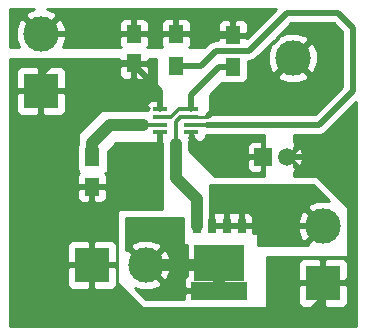
<source format=gtl>
G04 #@! TF.FileFunction,Copper,L1,Top,Signal*
%FSLAX46Y46*%
G04 Gerber Fmt 4.6, Leading zero omitted, Abs format (unit mm)*
G04 Created by KiCad (PCBNEW 4.0.6) date Wed May 24 14:33:15 2017*
%MOMM*%
%LPD*%
G01*
G04 APERTURE LIST*
%ADD10C,0.100000*%
%ADD11R,1.250000X1.500000*%
%ADD12R,4.700000X1.500000*%
%ADD13R,4.200000X3.100000*%
%ADD14R,0.700000X1.150000*%
%ADD15R,1.300000X1.500000*%
%ADD16R,1.500000X1.500000*%
%ADD17C,1.500000*%
%ADD18R,1.220000X0.400000*%
%ADD19C,3.000000*%
%ADD20R,3.000000X3.000000*%
%ADD21C,0.500000*%
%ADD22C,1.000000*%
%ADD23C,0.300000*%
%ADD24C,0.250000*%
%ADD25C,0.254000*%
G04 APERTURE END LIST*
D10*
D11*
X133604000Y-68834000D03*
X133604000Y-66334000D03*
X137160000Y-55880000D03*
X137160000Y-58380000D03*
D12*
X144404000Y-77611000D03*
D13*
X144404000Y-75311000D03*
D14*
X146304000Y-72136000D03*
X145034000Y-72136000D03*
X143764000Y-72136000D03*
X142494000Y-72136000D03*
D15*
X145542000Y-58674000D03*
X145542000Y-55974000D03*
X140716000Y-55880000D03*
X140716000Y-58580000D03*
D16*
X148114000Y-66294000D03*
D17*
X150114000Y-66294000D03*
D18*
X139406000Y-62271000D03*
X139406000Y-62921000D03*
X139406000Y-63571000D03*
X139406000Y-64221000D03*
X142026000Y-64221000D03*
X142026000Y-63571000D03*
X142026000Y-62921000D03*
X142026000Y-62271000D03*
D19*
X129286000Y-55880000D03*
X138176000Y-75438000D03*
X150622000Y-57912000D03*
X153162000Y-72136000D03*
D20*
X129286000Y-60706000D03*
X133604000Y-75438000D03*
X153162000Y-76962000D03*
D21*
X150114000Y-66294000D02*
X152908000Y-66294000D01*
X152908000Y-66294000D02*
X155752800Y-69138800D01*
X155752800Y-69138800D02*
X155752800Y-76371200D01*
X155752800Y-76371200D02*
X155162000Y-76962000D01*
X155162000Y-76962000D02*
X153162000Y-76962000D01*
X129286000Y-60706000D02*
X129286000Y-73120000D01*
X129286000Y-73120000D02*
X131604000Y-75438000D01*
X131604000Y-75438000D02*
X133604000Y-75438000D01*
X136398000Y-80264000D02*
X133604000Y-77470000D01*
X133604000Y-77470000D02*
X133604000Y-75438000D01*
X151210000Y-80264000D02*
X136398000Y-80264000D01*
X153162000Y-76962000D02*
X153162000Y-78312000D01*
X153162000Y-78312000D02*
X151210000Y-80264000D01*
X133604000Y-68834000D02*
X133604000Y-75438000D01*
X136906000Y-68834000D02*
X139406000Y-66334000D01*
X139406000Y-66334000D02*
X139406000Y-64271001D01*
X133604000Y-68834000D02*
X136906000Y-68834000D01*
X137160000Y-58380000D02*
X137160000Y-58505000D01*
X137160000Y-58505000D02*
X139406000Y-60751000D01*
X139406000Y-60751000D02*
X139406000Y-62220999D01*
X129286000Y-60706000D02*
X129286000Y-59356000D01*
X129286000Y-59356000D02*
X130262000Y-58380000D01*
X130262000Y-58380000D02*
X136035000Y-58380000D01*
X136035000Y-58380000D02*
X137160000Y-58380000D01*
X137922000Y-63571000D02*
X138125200Y-63571000D01*
D22*
X135117000Y-63571000D02*
X137922000Y-63571000D01*
X133604000Y-65084000D02*
X135117000Y-63571000D01*
X133604000Y-66334000D02*
X133604000Y-65084000D01*
D23*
X138125200Y-63571000D02*
X139406000Y-63571000D01*
D21*
X140716000Y-55880000D02*
X145448000Y-55880000D01*
X145448000Y-55880000D02*
X145542000Y-55974000D01*
X137160000Y-55880000D02*
X140716000Y-55880000D01*
X129286000Y-55880000D02*
X137160000Y-55880000D01*
D22*
X144404000Y-75311000D02*
X144404000Y-77611000D01*
X138176000Y-75438000D02*
X144277000Y-75438000D01*
X144277000Y-75438000D02*
X144404000Y-75311000D01*
X142494000Y-69850000D02*
X140716000Y-68072000D01*
X140716000Y-68072000D02*
X140716000Y-65176400D01*
X142494000Y-72136000D02*
X142494000Y-69850000D01*
D24*
X142026000Y-62921000D02*
X143313590Y-62921000D01*
X143313590Y-62921000D02*
X143408400Y-62826190D01*
D21*
X146050000Y-62484000D02*
X143750590Y-62484000D01*
X143750590Y-62484000D02*
X143408400Y-62826190D01*
X150622000Y-57912000D02*
X146050000Y-62484000D01*
D23*
X140716000Y-63298831D02*
X140716000Y-65176400D01*
X142026000Y-62921000D02*
X141093831Y-62921000D01*
X141093831Y-62921000D02*
X140716000Y-63298831D01*
D21*
X146304000Y-72136000D02*
X153162000Y-72136000D01*
X145034000Y-72136000D02*
X146304000Y-72136000D01*
X143764000Y-72136000D02*
X145034000Y-72136000D01*
X145542000Y-58674000D02*
X144392000Y-58674000D01*
X144392000Y-58674000D02*
X142026000Y-61040000D01*
X142026000Y-61040000D02*
X142026000Y-62220999D01*
D23*
X139406000Y-62921000D02*
X140316000Y-62921000D01*
X140316000Y-62921000D02*
X140966000Y-62271000D01*
X140966000Y-62271000D02*
X141116000Y-62271000D01*
X141116000Y-62271000D02*
X142026000Y-62271000D01*
D21*
X140716000Y-58580000D02*
X142816600Y-58580000D01*
X146913600Y-57302400D02*
X150114000Y-54102000D01*
X150114000Y-54102000D02*
X154432000Y-54102000D01*
X152831800Y-63576200D02*
X151434800Y-63576200D01*
X142816600Y-58580000D02*
X144094200Y-57302400D01*
X144094200Y-57302400D02*
X146913600Y-57302400D01*
X154432000Y-54102000D02*
X155702000Y-55372000D01*
X155702000Y-55372000D02*
X155702000Y-60706000D01*
X155702000Y-60706000D02*
X152831800Y-63576200D01*
X151434800Y-63576200D02*
X143357600Y-63576200D01*
D23*
X143357600Y-63576200D02*
X142773400Y-63576200D01*
X142773400Y-63576200D02*
X142768200Y-63571000D01*
X142768200Y-63571000D02*
X142026000Y-63571000D01*
D21*
X148114000Y-66294000D02*
X143599000Y-66294000D01*
X143599000Y-66294000D02*
X142026000Y-64721000D01*
D23*
X142026000Y-64721000D02*
X142026000Y-64221000D01*
D25*
G36*
X128111418Y-54047261D02*
X127951635Y-54366030D01*
X129286000Y-55700395D01*
X130620365Y-54366030D01*
X130460582Y-54047261D01*
X129819615Y-53796000D01*
X149168421Y-53796000D01*
X146765835Y-56198585D01*
X146668250Y-56101000D01*
X145669000Y-56101000D01*
X145669000Y-56121000D01*
X145415000Y-56121000D01*
X145415000Y-56101000D01*
X144415750Y-56101000D01*
X144257000Y-56259750D01*
X144257000Y-56417400D01*
X144094205Y-56417400D01*
X144094200Y-56417399D01*
X143755525Y-56484767D01*
X143468410Y-56676610D01*
X143468408Y-56676613D01*
X143122021Y-57023000D01*
X141871025Y-57023000D01*
X141904327Y-56989698D01*
X142001000Y-56756309D01*
X142001000Y-56165750D01*
X141842250Y-56007000D01*
X140843000Y-56007000D01*
X140843000Y-56027000D01*
X140589000Y-56027000D01*
X140589000Y-56007000D01*
X139589750Y-56007000D01*
X139431000Y-56165750D01*
X139431000Y-56756309D01*
X139527673Y-56989698D01*
X139560975Y-57023000D01*
X138290025Y-57023000D01*
X138323327Y-56989698D01*
X138420000Y-56756309D01*
X138420000Y-56165750D01*
X138261250Y-56007000D01*
X137287000Y-56007000D01*
X137287000Y-56027000D01*
X137033000Y-56027000D01*
X137033000Y-56007000D01*
X136058750Y-56007000D01*
X135900000Y-56165750D01*
X135900000Y-56756309D01*
X135996673Y-56989698D01*
X136029975Y-57023000D01*
X131131119Y-57023000D01*
X131428723Y-56263813D01*
X131412497Y-55414613D01*
X131242288Y-55003691D01*
X135900000Y-55003691D01*
X135900000Y-55594250D01*
X136058750Y-55753000D01*
X137033000Y-55753000D01*
X137033000Y-54653750D01*
X137287000Y-54653750D01*
X137287000Y-55753000D01*
X138261250Y-55753000D01*
X138420000Y-55594250D01*
X138420000Y-55003691D01*
X139431000Y-55003691D01*
X139431000Y-55594250D01*
X139589750Y-55753000D01*
X140589000Y-55753000D01*
X140589000Y-54653750D01*
X140843000Y-54653750D01*
X140843000Y-55753000D01*
X141842250Y-55753000D01*
X142001000Y-55594250D01*
X142001000Y-55097691D01*
X144257000Y-55097691D01*
X144257000Y-55688250D01*
X144415750Y-55847000D01*
X145415000Y-55847000D01*
X145415000Y-54747750D01*
X145669000Y-54747750D01*
X145669000Y-55847000D01*
X146668250Y-55847000D01*
X146827000Y-55688250D01*
X146827000Y-55097691D01*
X146730327Y-54864302D01*
X146551699Y-54685673D01*
X146318310Y-54589000D01*
X145827750Y-54589000D01*
X145669000Y-54747750D01*
X145415000Y-54747750D01*
X145256250Y-54589000D01*
X144765690Y-54589000D01*
X144532301Y-54685673D01*
X144353673Y-54864302D01*
X144257000Y-55097691D01*
X142001000Y-55097691D01*
X142001000Y-55003691D01*
X141904327Y-54770302D01*
X141725699Y-54591673D01*
X141492310Y-54495000D01*
X141001750Y-54495000D01*
X140843000Y-54653750D01*
X140589000Y-54653750D01*
X140430250Y-54495000D01*
X139939690Y-54495000D01*
X139706301Y-54591673D01*
X139527673Y-54770302D01*
X139431000Y-55003691D01*
X138420000Y-55003691D01*
X138323327Y-54770302D01*
X138144699Y-54591673D01*
X137911310Y-54495000D01*
X137445750Y-54495000D01*
X137287000Y-54653750D01*
X137033000Y-54653750D01*
X136874250Y-54495000D01*
X136408690Y-54495000D01*
X136175301Y-54591673D01*
X135996673Y-54770302D01*
X135900000Y-55003691D01*
X131242288Y-55003691D01*
X131118739Y-54705418D01*
X130799970Y-54545635D01*
X129465605Y-55880000D01*
X129479748Y-55894143D01*
X129300143Y-56073748D01*
X129286000Y-56059605D01*
X129271858Y-56073748D01*
X129092253Y-55894143D01*
X129106395Y-55880000D01*
X127772030Y-54545635D01*
X127453261Y-54705418D01*
X127143277Y-55496187D01*
X127159503Y-56345387D01*
X127440179Y-57023000D01*
X126694000Y-57023000D01*
X126694000Y-53796000D01*
X128718016Y-53796000D01*
X128111418Y-54047261D01*
X128111418Y-54047261D01*
G37*
X128111418Y-54047261D02*
X127951635Y-54366030D01*
X129286000Y-55700395D01*
X130620365Y-54366030D01*
X130460582Y-54047261D01*
X129819615Y-53796000D01*
X149168421Y-53796000D01*
X146765835Y-56198585D01*
X146668250Y-56101000D01*
X145669000Y-56101000D01*
X145669000Y-56121000D01*
X145415000Y-56121000D01*
X145415000Y-56101000D01*
X144415750Y-56101000D01*
X144257000Y-56259750D01*
X144257000Y-56417400D01*
X144094205Y-56417400D01*
X144094200Y-56417399D01*
X143755525Y-56484767D01*
X143468410Y-56676610D01*
X143468408Y-56676613D01*
X143122021Y-57023000D01*
X141871025Y-57023000D01*
X141904327Y-56989698D01*
X142001000Y-56756309D01*
X142001000Y-56165750D01*
X141842250Y-56007000D01*
X140843000Y-56007000D01*
X140843000Y-56027000D01*
X140589000Y-56027000D01*
X140589000Y-56007000D01*
X139589750Y-56007000D01*
X139431000Y-56165750D01*
X139431000Y-56756309D01*
X139527673Y-56989698D01*
X139560975Y-57023000D01*
X138290025Y-57023000D01*
X138323327Y-56989698D01*
X138420000Y-56756309D01*
X138420000Y-56165750D01*
X138261250Y-56007000D01*
X137287000Y-56007000D01*
X137287000Y-56027000D01*
X137033000Y-56027000D01*
X137033000Y-56007000D01*
X136058750Y-56007000D01*
X135900000Y-56165750D01*
X135900000Y-56756309D01*
X135996673Y-56989698D01*
X136029975Y-57023000D01*
X131131119Y-57023000D01*
X131428723Y-56263813D01*
X131412497Y-55414613D01*
X131242288Y-55003691D01*
X135900000Y-55003691D01*
X135900000Y-55594250D01*
X136058750Y-55753000D01*
X137033000Y-55753000D01*
X137033000Y-54653750D01*
X137287000Y-54653750D01*
X137287000Y-55753000D01*
X138261250Y-55753000D01*
X138420000Y-55594250D01*
X138420000Y-55003691D01*
X139431000Y-55003691D01*
X139431000Y-55594250D01*
X139589750Y-55753000D01*
X140589000Y-55753000D01*
X140589000Y-54653750D01*
X140843000Y-54653750D01*
X140843000Y-55753000D01*
X141842250Y-55753000D01*
X142001000Y-55594250D01*
X142001000Y-55097691D01*
X144257000Y-55097691D01*
X144257000Y-55688250D01*
X144415750Y-55847000D01*
X145415000Y-55847000D01*
X145415000Y-54747750D01*
X145669000Y-54747750D01*
X145669000Y-55847000D01*
X146668250Y-55847000D01*
X146827000Y-55688250D01*
X146827000Y-55097691D01*
X146730327Y-54864302D01*
X146551699Y-54685673D01*
X146318310Y-54589000D01*
X145827750Y-54589000D01*
X145669000Y-54747750D01*
X145415000Y-54747750D01*
X145256250Y-54589000D01*
X144765690Y-54589000D01*
X144532301Y-54685673D01*
X144353673Y-54864302D01*
X144257000Y-55097691D01*
X142001000Y-55097691D01*
X142001000Y-55003691D01*
X141904327Y-54770302D01*
X141725699Y-54591673D01*
X141492310Y-54495000D01*
X141001750Y-54495000D01*
X140843000Y-54653750D01*
X140589000Y-54653750D01*
X140430250Y-54495000D01*
X139939690Y-54495000D01*
X139706301Y-54591673D01*
X139527673Y-54770302D01*
X139431000Y-55003691D01*
X138420000Y-55003691D01*
X138323327Y-54770302D01*
X138144699Y-54591673D01*
X137911310Y-54495000D01*
X137445750Y-54495000D01*
X137287000Y-54653750D01*
X137033000Y-54653750D01*
X136874250Y-54495000D01*
X136408690Y-54495000D01*
X136175301Y-54591673D01*
X135996673Y-54770302D01*
X135900000Y-55003691D01*
X131242288Y-55003691D01*
X131118739Y-54705418D01*
X130799970Y-54545635D01*
X129465605Y-55880000D01*
X129479748Y-55894143D01*
X129300143Y-56073748D01*
X129286000Y-56059605D01*
X129271858Y-56073748D01*
X129092253Y-55894143D01*
X129106395Y-55880000D01*
X127772030Y-54545635D01*
X127453261Y-54705418D01*
X127143277Y-55496187D01*
X127159503Y-56345387D01*
X127440179Y-57023000D01*
X126694000Y-57023000D01*
X126694000Y-53796000D01*
X128718016Y-53796000D01*
X128111418Y-54047261D01*
G36*
X154817000Y-55738579D02*
X154817000Y-60339421D01*
X152465220Y-62691200D01*
X143637000Y-62691200D01*
X143637000Y-61012606D01*
X144615803Y-60033803D01*
X144620921Y-60028374D01*
X144632564Y-60015275D01*
X144640110Y-60020431D01*
X144892000Y-60071440D01*
X146192000Y-60071440D01*
X146427317Y-60027162D01*
X146643441Y-59888090D01*
X146788431Y-59675890D01*
X146839041Y-59425970D01*
X149287635Y-59425970D01*
X149447418Y-59744739D01*
X150238187Y-60054723D01*
X151087387Y-60038497D01*
X151796582Y-59744739D01*
X151956365Y-59425970D01*
X150622000Y-58091605D01*
X149287635Y-59425970D01*
X146839041Y-59425970D01*
X146839440Y-59424000D01*
X146839440Y-58187400D01*
X146913595Y-58187400D01*
X146913600Y-58187401D01*
X147196084Y-58131210D01*
X147252275Y-58120033D01*
X147539390Y-57928190D01*
X148998986Y-56468594D01*
X149108028Y-56577636D01*
X148789261Y-56737418D01*
X148479277Y-57528187D01*
X148495503Y-58377387D01*
X148789261Y-59086582D01*
X149108030Y-59246365D01*
X150442395Y-57912000D01*
X150801605Y-57912000D01*
X152135970Y-59246365D01*
X152454739Y-59086582D01*
X152764723Y-58295813D01*
X152748497Y-57446613D01*
X152454739Y-56737418D01*
X152135970Y-56577635D01*
X150801605Y-57912000D01*
X150442395Y-57912000D01*
X150428253Y-57897858D01*
X150607858Y-57718253D01*
X150622000Y-57732395D01*
X151956365Y-56398030D01*
X151796582Y-56079261D01*
X151005813Y-55769277D01*
X150156613Y-55785503D01*
X149447418Y-56079261D01*
X149287636Y-56398028D01*
X149178594Y-56288986D01*
X150480579Y-54987000D01*
X154065420Y-54987000D01*
X154817000Y-55738579D01*
X154817000Y-55738579D01*
G37*
X154817000Y-55738579D02*
X154817000Y-60339421D01*
X152465220Y-62691200D01*
X143637000Y-62691200D01*
X143637000Y-61012606D01*
X144615803Y-60033803D01*
X144620921Y-60028374D01*
X144632564Y-60015275D01*
X144640110Y-60020431D01*
X144892000Y-60071440D01*
X146192000Y-60071440D01*
X146427317Y-60027162D01*
X146643441Y-59888090D01*
X146788431Y-59675890D01*
X146839041Y-59425970D01*
X149287635Y-59425970D01*
X149447418Y-59744739D01*
X150238187Y-60054723D01*
X151087387Y-60038497D01*
X151796582Y-59744739D01*
X151956365Y-59425970D01*
X150622000Y-58091605D01*
X149287635Y-59425970D01*
X146839041Y-59425970D01*
X146839440Y-59424000D01*
X146839440Y-58187400D01*
X146913595Y-58187400D01*
X146913600Y-58187401D01*
X147196084Y-58131210D01*
X147252275Y-58120033D01*
X147539390Y-57928190D01*
X148998986Y-56468594D01*
X149108028Y-56577636D01*
X148789261Y-56737418D01*
X148479277Y-57528187D01*
X148495503Y-58377387D01*
X148789261Y-59086582D01*
X149108030Y-59246365D01*
X150442395Y-57912000D01*
X150801605Y-57912000D01*
X152135970Y-59246365D01*
X152454739Y-59086582D01*
X152764723Y-58295813D01*
X152748497Y-57446613D01*
X152454739Y-56737418D01*
X152135970Y-56577635D01*
X150801605Y-57912000D01*
X150442395Y-57912000D01*
X150428253Y-57897858D01*
X150607858Y-57718253D01*
X150622000Y-57732395D01*
X151956365Y-56398030D01*
X151796582Y-56079261D01*
X151005813Y-55769277D01*
X150156613Y-55785503D01*
X149447418Y-56079261D01*
X149287636Y-56398028D01*
X149178594Y-56288986D01*
X150480579Y-54987000D01*
X154065420Y-54987000D01*
X154817000Y-55738579D01*
G36*
X142153000Y-64897250D02*
X142311750Y-65056000D01*
X142762310Y-65056000D01*
X142995699Y-64959327D01*
X143174327Y-64780698D01*
X143271000Y-64547309D01*
X143271000Y-64479750D01*
X143226341Y-64435091D01*
X143357600Y-64461200D01*
X148209000Y-64461200D01*
X148209000Y-67945000D01*
X144070606Y-67945000D01*
X142705356Y-66579750D01*
X146729000Y-66579750D01*
X146729000Y-67170310D01*
X146825673Y-67403699D01*
X147004302Y-67582327D01*
X147237691Y-67679000D01*
X147828250Y-67679000D01*
X147987000Y-67520250D01*
X147987000Y-66421000D01*
X146887750Y-66421000D01*
X146729000Y-66579750D01*
X142705356Y-66579750D01*
X141851000Y-65725394D01*
X141851000Y-65417690D01*
X146729000Y-65417690D01*
X146729000Y-66008250D01*
X146887750Y-66167000D01*
X147987000Y-66167000D01*
X147987000Y-65067750D01*
X147828250Y-64909000D01*
X147237691Y-64909000D01*
X147004302Y-65005673D01*
X146825673Y-65184301D01*
X146729000Y-65417690D01*
X141851000Y-65417690D01*
X141851000Y-65176400D01*
X141812650Y-64983600D01*
X141899000Y-64897250D01*
X141899000Y-64418440D01*
X142153000Y-64418440D01*
X142153000Y-64897250D01*
X142153000Y-64897250D01*
G37*
X142153000Y-64897250D02*
X142311750Y-65056000D01*
X142762310Y-65056000D01*
X142995699Y-64959327D01*
X143174327Y-64780698D01*
X143271000Y-64547309D01*
X143271000Y-64479750D01*
X143226341Y-64435091D01*
X143357600Y-64461200D01*
X148209000Y-64461200D01*
X148209000Y-67945000D01*
X144070606Y-67945000D01*
X142705356Y-66579750D01*
X146729000Y-66579750D01*
X146729000Y-67170310D01*
X146825673Y-67403699D01*
X147004302Y-67582327D01*
X147237691Y-67679000D01*
X147828250Y-67679000D01*
X147987000Y-67520250D01*
X147987000Y-66421000D01*
X146887750Y-66421000D01*
X146729000Y-66579750D01*
X142705356Y-66579750D01*
X141851000Y-65725394D01*
X141851000Y-65417690D01*
X146729000Y-65417690D01*
X146729000Y-66008250D01*
X146887750Y-66167000D01*
X147987000Y-66167000D01*
X147987000Y-65067750D01*
X147828250Y-64909000D01*
X147237691Y-64909000D01*
X147004302Y-65005673D01*
X146825673Y-65184301D01*
X146729000Y-65417690D01*
X141851000Y-65417690D01*
X141851000Y-65176400D01*
X141812650Y-64983600D01*
X141899000Y-64897250D01*
X141899000Y-64418440D01*
X142153000Y-64418440D01*
X142153000Y-64897250D01*
G36*
X153671710Y-70042629D02*
X153545813Y-69993277D01*
X152696613Y-70009503D01*
X151987418Y-70303261D01*
X151827635Y-70622030D01*
X153162000Y-71956395D01*
X153176143Y-71942253D01*
X153355748Y-72121858D01*
X153341605Y-72136000D01*
X153355748Y-72150143D01*
X153176143Y-72329748D01*
X153162000Y-72315605D01*
X151827635Y-73649970D01*
X151896321Y-73787000D01*
X147701000Y-73787000D01*
X147701000Y-72898000D01*
X147690994Y-72848590D01*
X147662553Y-72806965D01*
X147620159Y-72779685D01*
X147574000Y-72771000D01*
X147289000Y-72771000D01*
X147289000Y-72421750D01*
X147130250Y-72263000D01*
X146431000Y-72263000D01*
X146431000Y-72283000D01*
X146177000Y-72283000D01*
X146177000Y-72263000D01*
X145161000Y-72263000D01*
X145161000Y-72283000D01*
X144907000Y-72283000D01*
X144907000Y-72263000D01*
X143891000Y-72263000D01*
X143891000Y-72283000D01*
X143637000Y-72283000D01*
X143637000Y-71084750D01*
X143891000Y-71084750D01*
X143891000Y-72009000D01*
X144907000Y-72009000D01*
X144907000Y-71084750D01*
X145161000Y-71084750D01*
X145161000Y-72009000D01*
X146177000Y-72009000D01*
X146177000Y-71084750D01*
X146431000Y-71084750D01*
X146431000Y-72009000D01*
X147130250Y-72009000D01*
X147289000Y-71850250D01*
X147289000Y-71752187D01*
X151019277Y-71752187D01*
X151035503Y-72601387D01*
X151329261Y-73310582D01*
X151648030Y-73470365D01*
X152982395Y-72136000D01*
X151648030Y-70801635D01*
X151329261Y-70961418D01*
X151019277Y-71752187D01*
X147289000Y-71752187D01*
X147289000Y-71434690D01*
X147192327Y-71201301D01*
X147013698Y-71022673D01*
X146780309Y-70926000D01*
X146589750Y-70926000D01*
X146431000Y-71084750D01*
X146177000Y-71084750D01*
X146018250Y-70926000D01*
X145827691Y-70926000D01*
X145669000Y-70991732D01*
X145510309Y-70926000D01*
X145319750Y-70926000D01*
X145161000Y-71084750D01*
X144907000Y-71084750D01*
X144748250Y-70926000D01*
X144557691Y-70926000D01*
X144399000Y-70991732D01*
X144240309Y-70926000D01*
X144049750Y-70926000D01*
X143891000Y-71084750D01*
X143637000Y-71084750D01*
X143637000Y-68707000D01*
X152336081Y-68707000D01*
X153671710Y-70042629D01*
X153671710Y-70042629D01*
G37*
X153671710Y-70042629D02*
X153545813Y-69993277D01*
X152696613Y-70009503D01*
X151987418Y-70303261D01*
X151827635Y-70622030D01*
X153162000Y-71956395D01*
X153176143Y-71942253D01*
X153355748Y-72121858D01*
X153341605Y-72136000D01*
X153355748Y-72150143D01*
X153176143Y-72329748D01*
X153162000Y-72315605D01*
X151827635Y-73649970D01*
X151896321Y-73787000D01*
X147701000Y-73787000D01*
X147701000Y-72898000D01*
X147690994Y-72848590D01*
X147662553Y-72806965D01*
X147620159Y-72779685D01*
X147574000Y-72771000D01*
X147289000Y-72771000D01*
X147289000Y-72421750D01*
X147130250Y-72263000D01*
X146431000Y-72263000D01*
X146431000Y-72283000D01*
X146177000Y-72283000D01*
X146177000Y-72263000D01*
X145161000Y-72263000D01*
X145161000Y-72283000D01*
X144907000Y-72283000D01*
X144907000Y-72263000D01*
X143891000Y-72263000D01*
X143891000Y-72283000D01*
X143637000Y-72283000D01*
X143637000Y-71084750D01*
X143891000Y-71084750D01*
X143891000Y-72009000D01*
X144907000Y-72009000D01*
X144907000Y-71084750D01*
X145161000Y-71084750D01*
X145161000Y-72009000D01*
X146177000Y-72009000D01*
X146177000Y-71084750D01*
X146431000Y-71084750D01*
X146431000Y-72009000D01*
X147130250Y-72009000D01*
X147289000Y-71850250D01*
X147289000Y-71752187D01*
X151019277Y-71752187D01*
X151035503Y-72601387D01*
X151329261Y-73310582D01*
X151648030Y-73470365D01*
X152982395Y-72136000D01*
X151648030Y-70801635D01*
X151329261Y-70961418D01*
X151019277Y-71752187D01*
X147289000Y-71752187D01*
X147289000Y-71434690D01*
X147192327Y-71201301D01*
X147013698Y-71022673D01*
X146780309Y-70926000D01*
X146589750Y-70926000D01*
X146431000Y-71084750D01*
X146177000Y-71084750D01*
X146018250Y-70926000D01*
X145827691Y-70926000D01*
X145669000Y-70991732D01*
X145510309Y-70926000D01*
X145319750Y-70926000D01*
X145161000Y-71084750D01*
X144907000Y-71084750D01*
X144748250Y-70926000D01*
X144557691Y-70926000D01*
X144399000Y-70991732D01*
X144240309Y-70926000D01*
X144049750Y-70926000D01*
X143891000Y-71084750D01*
X143637000Y-71084750D01*
X143637000Y-68707000D01*
X152336081Y-68707000D01*
X153671710Y-70042629D01*
G36*
X135900000Y-58094250D02*
X136058750Y-58253000D01*
X137033000Y-58253000D01*
X137033000Y-58233000D01*
X137287000Y-58233000D01*
X137287000Y-58253000D01*
X138261250Y-58253000D01*
X138420000Y-58094250D01*
X138420000Y-58039000D01*
X139065000Y-58039000D01*
X139065000Y-61436000D01*
X138669690Y-61436000D01*
X138436301Y-61532673D01*
X138257673Y-61711302D01*
X138161000Y-61944691D01*
X138161000Y-62012250D01*
X138319750Y-62171000D01*
X138478067Y-62171000D01*
X138344559Y-62256910D01*
X138276170Y-62357000D01*
X134366000Y-62357000D01*
X134316590Y-62367006D01*
X134276197Y-62394197D01*
X132498197Y-64172197D01*
X132470334Y-64214211D01*
X132461000Y-64262000D01*
X132461000Y-65217322D01*
X132382569Y-65332110D01*
X132331560Y-65584000D01*
X132331560Y-67084000D01*
X132375838Y-67319317D01*
X132461000Y-67451662D01*
X132461000Y-67564000D01*
X132471006Y-67613410D01*
X132499447Y-67655035D01*
X132505832Y-67659143D01*
X132440673Y-67724302D01*
X132344000Y-67957691D01*
X132344000Y-68548250D01*
X132502750Y-68707000D01*
X133477000Y-68707000D01*
X133477000Y-68687000D01*
X133731000Y-68687000D01*
X133731000Y-68707000D01*
X134705250Y-68707000D01*
X134864000Y-68548250D01*
X134864000Y-67957691D01*
X134767327Y-67724302D01*
X134734025Y-67691000D01*
X134874000Y-67691000D01*
X134923410Y-67680994D01*
X134965035Y-67652553D01*
X134992315Y-67610159D01*
X135001000Y-67564000D01*
X135001000Y-65838606D01*
X135688606Y-65151000D01*
X139573000Y-65151000D01*
X139573000Y-70739000D01*
X135890000Y-70739000D01*
X135840590Y-70749006D01*
X135798965Y-70777447D01*
X135771685Y-70819841D01*
X135763000Y-70866000D01*
X135763000Y-76962000D01*
X135773006Y-77011410D01*
X135800197Y-77051803D01*
X137832197Y-79083803D01*
X137874211Y-79111666D01*
X137922000Y-79121000D01*
X148336000Y-79121000D01*
X148385410Y-79110994D01*
X148427035Y-79082553D01*
X148454315Y-79040159D01*
X148463000Y-78994000D01*
X148463000Y-77247750D01*
X151027000Y-77247750D01*
X151027000Y-78588310D01*
X151123673Y-78821699D01*
X151302302Y-79000327D01*
X151535691Y-79097000D01*
X152876250Y-79097000D01*
X153035000Y-78938250D01*
X153035000Y-77089000D01*
X153289000Y-77089000D01*
X153289000Y-78938250D01*
X153447750Y-79097000D01*
X154788309Y-79097000D01*
X155021698Y-79000327D01*
X155200327Y-78821699D01*
X155297000Y-78588310D01*
X155297000Y-77247750D01*
X155138250Y-77089000D01*
X153289000Y-77089000D01*
X153035000Y-77089000D01*
X151185750Y-77089000D01*
X151027000Y-77247750D01*
X148463000Y-77247750D01*
X148463000Y-75335690D01*
X151027000Y-75335690D01*
X151027000Y-76676250D01*
X151185750Y-76835000D01*
X153035000Y-76835000D01*
X153035000Y-74985750D01*
X153289000Y-74985750D01*
X153289000Y-76835000D01*
X155138250Y-76835000D01*
X155297000Y-76676250D01*
X155297000Y-75335690D01*
X155200327Y-75102301D01*
X155021698Y-74923673D01*
X154788309Y-74827000D01*
X153447750Y-74827000D01*
X153289000Y-74985750D01*
X153035000Y-74985750D01*
X152876250Y-74827000D01*
X151535691Y-74827000D01*
X151302302Y-74923673D01*
X151123673Y-75102301D01*
X151027000Y-75335690D01*
X148463000Y-75335690D01*
X148463000Y-74803000D01*
X155194000Y-74803000D01*
X155243410Y-74792994D01*
X155285035Y-74764553D01*
X155312315Y-74722159D01*
X155321000Y-74676000D01*
X155321000Y-70612000D01*
X155310994Y-70562590D01*
X155283803Y-70522197D01*
X152743803Y-67982197D01*
X152701789Y-67954334D01*
X152654000Y-67945000D01*
X150749000Y-67945000D01*
X150749000Y-67543293D01*
X150837923Y-67506460D01*
X150905912Y-67265517D01*
X150749000Y-67108605D01*
X150749000Y-66749395D01*
X151085517Y-67085912D01*
X151326460Y-67017923D01*
X151511201Y-66498829D01*
X151483230Y-65948552D01*
X151326460Y-65570077D01*
X151085517Y-65502088D01*
X150749000Y-65838605D01*
X150749000Y-65479395D01*
X150905912Y-65322483D01*
X150837923Y-65081540D01*
X150749000Y-65049893D01*
X150749000Y-64461200D01*
X152831795Y-64461200D01*
X152831800Y-64461201D01*
X153114284Y-64405010D01*
X153170475Y-64393833D01*
X153457590Y-64201990D01*
X156008000Y-61651579D01*
X156008000Y-80570000D01*
X126694000Y-80570000D01*
X126694000Y-75723750D01*
X131469000Y-75723750D01*
X131469000Y-77064310D01*
X131565673Y-77297699D01*
X131744302Y-77476327D01*
X131977691Y-77573000D01*
X133318250Y-77573000D01*
X133477000Y-77414250D01*
X133477000Y-75565000D01*
X133731000Y-75565000D01*
X133731000Y-77414250D01*
X133889750Y-77573000D01*
X135230309Y-77573000D01*
X135463698Y-77476327D01*
X135642327Y-77297699D01*
X135739000Y-77064310D01*
X135739000Y-75723750D01*
X135580250Y-75565000D01*
X133731000Y-75565000D01*
X133477000Y-75565000D01*
X131627750Y-75565000D01*
X131469000Y-75723750D01*
X126694000Y-75723750D01*
X126694000Y-73811690D01*
X131469000Y-73811690D01*
X131469000Y-75152250D01*
X131627750Y-75311000D01*
X133477000Y-75311000D01*
X133477000Y-73461750D01*
X133731000Y-73461750D01*
X133731000Y-75311000D01*
X135580250Y-75311000D01*
X135739000Y-75152250D01*
X135739000Y-73811690D01*
X135642327Y-73578301D01*
X135463698Y-73399673D01*
X135230309Y-73303000D01*
X133889750Y-73303000D01*
X133731000Y-73461750D01*
X133477000Y-73461750D01*
X133318250Y-73303000D01*
X131977691Y-73303000D01*
X131744302Y-73399673D01*
X131565673Y-73578301D01*
X131469000Y-73811690D01*
X126694000Y-73811690D01*
X126694000Y-69119750D01*
X132344000Y-69119750D01*
X132344000Y-69710309D01*
X132440673Y-69943698D01*
X132619301Y-70122327D01*
X132852690Y-70219000D01*
X133318250Y-70219000D01*
X133477000Y-70060250D01*
X133477000Y-68961000D01*
X133731000Y-68961000D01*
X133731000Y-70060250D01*
X133889750Y-70219000D01*
X134355310Y-70219000D01*
X134588699Y-70122327D01*
X134767327Y-69943698D01*
X134864000Y-69710309D01*
X134864000Y-69119750D01*
X134705250Y-68961000D01*
X133731000Y-68961000D01*
X133477000Y-68961000D01*
X132502750Y-68961000D01*
X132344000Y-69119750D01*
X126694000Y-69119750D01*
X126694000Y-60991750D01*
X127151000Y-60991750D01*
X127151000Y-62332310D01*
X127247673Y-62565699D01*
X127426302Y-62744327D01*
X127659691Y-62841000D01*
X129000250Y-62841000D01*
X129159000Y-62682250D01*
X129159000Y-60833000D01*
X129413000Y-60833000D01*
X129413000Y-62682250D01*
X129571750Y-62841000D01*
X130912309Y-62841000D01*
X131145698Y-62744327D01*
X131324327Y-62565699D01*
X131421000Y-62332310D01*
X131421000Y-60991750D01*
X131262250Y-60833000D01*
X129413000Y-60833000D01*
X129159000Y-60833000D01*
X127309750Y-60833000D01*
X127151000Y-60991750D01*
X126694000Y-60991750D01*
X126694000Y-59079690D01*
X127151000Y-59079690D01*
X127151000Y-60420250D01*
X127309750Y-60579000D01*
X129159000Y-60579000D01*
X129159000Y-58729750D01*
X129413000Y-58729750D01*
X129413000Y-60579000D01*
X131262250Y-60579000D01*
X131421000Y-60420250D01*
X131421000Y-59079690D01*
X131324327Y-58846301D01*
X131145698Y-58667673D01*
X131141056Y-58665750D01*
X135900000Y-58665750D01*
X135900000Y-59256309D01*
X135996673Y-59489698D01*
X136175301Y-59668327D01*
X136408690Y-59765000D01*
X136874250Y-59765000D01*
X137033000Y-59606250D01*
X137033000Y-58507000D01*
X137287000Y-58507000D01*
X137287000Y-59606250D01*
X137445750Y-59765000D01*
X137911310Y-59765000D01*
X138144699Y-59668327D01*
X138323327Y-59489698D01*
X138420000Y-59256309D01*
X138420000Y-58665750D01*
X138261250Y-58507000D01*
X137287000Y-58507000D01*
X137033000Y-58507000D01*
X136058750Y-58507000D01*
X135900000Y-58665750D01*
X131141056Y-58665750D01*
X130912309Y-58571000D01*
X129571750Y-58571000D01*
X129413000Y-58729750D01*
X129159000Y-58729750D01*
X129000250Y-58571000D01*
X127659691Y-58571000D01*
X127426302Y-58667673D01*
X127247673Y-58846301D01*
X127151000Y-59079690D01*
X126694000Y-59079690D01*
X126694000Y-58039000D01*
X135900000Y-58039000D01*
X135900000Y-58094250D01*
X135900000Y-58094250D01*
G37*
X135900000Y-58094250D02*
X136058750Y-58253000D01*
X137033000Y-58253000D01*
X137033000Y-58233000D01*
X137287000Y-58233000D01*
X137287000Y-58253000D01*
X138261250Y-58253000D01*
X138420000Y-58094250D01*
X138420000Y-58039000D01*
X139065000Y-58039000D01*
X139065000Y-61436000D01*
X138669690Y-61436000D01*
X138436301Y-61532673D01*
X138257673Y-61711302D01*
X138161000Y-61944691D01*
X138161000Y-62012250D01*
X138319750Y-62171000D01*
X138478067Y-62171000D01*
X138344559Y-62256910D01*
X138276170Y-62357000D01*
X134366000Y-62357000D01*
X134316590Y-62367006D01*
X134276197Y-62394197D01*
X132498197Y-64172197D01*
X132470334Y-64214211D01*
X132461000Y-64262000D01*
X132461000Y-65217322D01*
X132382569Y-65332110D01*
X132331560Y-65584000D01*
X132331560Y-67084000D01*
X132375838Y-67319317D01*
X132461000Y-67451662D01*
X132461000Y-67564000D01*
X132471006Y-67613410D01*
X132499447Y-67655035D01*
X132505832Y-67659143D01*
X132440673Y-67724302D01*
X132344000Y-67957691D01*
X132344000Y-68548250D01*
X132502750Y-68707000D01*
X133477000Y-68707000D01*
X133477000Y-68687000D01*
X133731000Y-68687000D01*
X133731000Y-68707000D01*
X134705250Y-68707000D01*
X134864000Y-68548250D01*
X134864000Y-67957691D01*
X134767327Y-67724302D01*
X134734025Y-67691000D01*
X134874000Y-67691000D01*
X134923410Y-67680994D01*
X134965035Y-67652553D01*
X134992315Y-67610159D01*
X135001000Y-67564000D01*
X135001000Y-65838606D01*
X135688606Y-65151000D01*
X139573000Y-65151000D01*
X139573000Y-70739000D01*
X135890000Y-70739000D01*
X135840590Y-70749006D01*
X135798965Y-70777447D01*
X135771685Y-70819841D01*
X135763000Y-70866000D01*
X135763000Y-76962000D01*
X135773006Y-77011410D01*
X135800197Y-77051803D01*
X137832197Y-79083803D01*
X137874211Y-79111666D01*
X137922000Y-79121000D01*
X148336000Y-79121000D01*
X148385410Y-79110994D01*
X148427035Y-79082553D01*
X148454315Y-79040159D01*
X148463000Y-78994000D01*
X148463000Y-77247750D01*
X151027000Y-77247750D01*
X151027000Y-78588310D01*
X151123673Y-78821699D01*
X151302302Y-79000327D01*
X151535691Y-79097000D01*
X152876250Y-79097000D01*
X153035000Y-78938250D01*
X153035000Y-77089000D01*
X153289000Y-77089000D01*
X153289000Y-78938250D01*
X153447750Y-79097000D01*
X154788309Y-79097000D01*
X155021698Y-79000327D01*
X155200327Y-78821699D01*
X155297000Y-78588310D01*
X155297000Y-77247750D01*
X155138250Y-77089000D01*
X153289000Y-77089000D01*
X153035000Y-77089000D01*
X151185750Y-77089000D01*
X151027000Y-77247750D01*
X148463000Y-77247750D01*
X148463000Y-75335690D01*
X151027000Y-75335690D01*
X151027000Y-76676250D01*
X151185750Y-76835000D01*
X153035000Y-76835000D01*
X153035000Y-74985750D01*
X153289000Y-74985750D01*
X153289000Y-76835000D01*
X155138250Y-76835000D01*
X155297000Y-76676250D01*
X155297000Y-75335690D01*
X155200327Y-75102301D01*
X155021698Y-74923673D01*
X154788309Y-74827000D01*
X153447750Y-74827000D01*
X153289000Y-74985750D01*
X153035000Y-74985750D01*
X152876250Y-74827000D01*
X151535691Y-74827000D01*
X151302302Y-74923673D01*
X151123673Y-75102301D01*
X151027000Y-75335690D01*
X148463000Y-75335690D01*
X148463000Y-74803000D01*
X155194000Y-74803000D01*
X155243410Y-74792994D01*
X155285035Y-74764553D01*
X155312315Y-74722159D01*
X155321000Y-74676000D01*
X155321000Y-70612000D01*
X155310994Y-70562590D01*
X155283803Y-70522197D01*
X152743803Y-67982197D01*
X152701789Y-67954334D01*
X152654000Y-67945000D01*
X150749000Y-67945000D01*
X150749000Y-67543293D01*
X150837923Y-67506460D01*
X150905912Y-67265517D01*
X150749000Y-67108605D01*
X150749000Y-66749395D01*
X151085517Y-67085912D01*
X151326460Y-67017923D01*
X151511201Y-66498829D01*
X151483230Y-65948552D01*
X151326460Y-65570077D01*
X151085517Y-65502088D01*
X150749000Y-65838605D01*
X150749000Y-65479395D01*
X150905912Y-65322483D01*
X150837923Y-65081540D01*
X150749000Y-65049893D01*
X150749000Y-64461200D01*
X152831795Y-64461200D01*
X152831800Y-64461201D01*
X153114284Y-64405010D01*
X153170475Y-64393833D01*
X153457590Y-64201990D01*
X156008000Y-61651579D01*
X156008000Y-80570000D01*
X126694000Y-80570000D01*
X126694000Y-75723750D01*
X131469000Y-75723750D01*
X131469000Y-77064310D01*
X131565673Y-77297699D01*
X131744302Y-77476327D01*
X131977691Y-77573000D01*
X133318250Y-77573000D01*
X133477000Y-77414250D01*
X133477000Y-75565000D01*
X133731000Y-75565000D01*
X133731000Y-77414250D01*
X133889750Y-77573000D01*
X135230309Y-77573000D01*
X135463698Y-77476327D01*
X135642327Y-77297699D01*
X135739000Y-77064310D01*
X135739000Y-75723750D01*
X135580250Y-75565000D01*
X133731000Y-75565000D01*
X133477000Y-75565000D01*
X131627750Y-75565000D01*
X131469000Y-75723750D01*
X126694000Y-75723750D01*
X126694000Y-73811690D01*
X131469000Y-73811690D01*
X131469000Y-75152250D01*
X131627750Y-75311000D01*
X133477000Y-75311000D01*
X133477000Y-73461750D01*
X133731000Y-73461750D01*
X133731000Y-75311000D01*
X135580250Y-75311000D01*
X135739000Y-75152250D01*
X135739000Y-73811690D01*
X135642327Y-73578301D01*
X135463698Y-73399673D01*
X135230309Y-73303000D01*
X133889750Y-73303000D01*
X133731000Y-73461750D01*
X133477000Y-73461750D01*
X133318250Y-73303000D01*
X131977691Y-73303000D01*
X131744302Y-73399673D01*
X131565673Y-73578301D01*
X131469000Y-73811690D01*
X126694000Y-73811690D01*
X126694000Y-69119750D01*
X132344000Y-69119750D01*
X132344000Y-69710309D01*
X132440673Y-69943698D01*
X132619301Y-70122327D01*
X132852690Y-70219000D01*
X133318250Y-70219000D01*
X133477000Y-70060250D01*
X133477000Y-68961000D01*
X133731000Y-68961000D01*
X133731000Y-70060250D01*
X133889750Y-70219000D01*
X134355310Y-70219000D01*
X134588699Y-70122327D01*
X134767327Y-69943698D01*
X134864000Y-69710309D01*
X134864000Y-69119750D01*
X134705250Y-68961000D01*
X133731000Y-68961000D01*
X133477000Y-68961000D01*
X132502750Y-68961000D01*
X132344000Y-69119750D01*
X126694000Y-69119750D01*
X126694000Y-60991750D01*
X127151000Y-60991750D01*
X127151000Y-62332310D01*
X127247673Y-62565699D01*
X127426302Y-62744327D01*
X127659691Y-62841000D01*
X129000250Y-62841000D01*
X129159000Y-62682250D01*
X129159000Y-60833000D01*
X129413000Y-60833000D01*
X129413000Y-62682250D01*
X129571750Y-62841000D01*
X130912309Y-62841000D01*
X131145698Y-62744327D01*
X131324327Y-62565699D01*
X131421000Y-62332310D01*
X131421000Y-60991750D01*
X131262250Y-60833000D01*
X129413000Y-60833000D01*
X129159000Y-60833000D01*
X127309750Y-60833000D01*
X127151000Y-60991750D01*
X126694000Y-60991750D01*
X126694000Y-59079690D01*
X127151000Y-59079690D01*
X127151000Y-60420250D01*
X127309750Y-60579000D01*
X129159000Y-60579000D01*
X129159000Y-58729750D01*
X129413000Y-58729750D01*
X129413000Y-60579000D01*
X131262250Y-60579000D01*
X131421000Y-60420250D01*
X131421000Y-59079690D01*
X131324327Y-58846301D01*
X131145698Y-58667673D01*
X131141056Y-58665750D01*
X135900000Y-58665750D01*
X135900000Y-59256309D01*
X135996673Y-59489698D01*
X136175301Y-59668327D01*
X136408690Y-59765000D01*
X136874250Y-59765000D01*
X137033000Y-59606250D01*
X137033000Y-58507000D01*
X137287000Y-58507000D01*
X137287000Y-59606250D01*
X137445750Y-59765000D01*
X137911310Y-59765000D01*
X138144699Y-59668327D01*
X138323327Y-59489698D01*
X138420000Y-59256309D01*
X138420000Y-58665750D01*
X138261250Y-58507000D01*
X137287000Y-58507000D01*
X137033000Y-58507000D01*
X136058750Y-58507000D01*
X135900000Y-58665750D01*
X131141056Y-58665750D01*
X130912309Y-58571000D01*
X129571750Y-58571000D01*
X129413000Y-58729750D01*
X129159000Y-58729750D01*
X129000250Y-58571000D01*
X127659691Y-58571000D01*
X127426302Y-58667673D01*
X127247673Y-58846301D01*
X127151000Y-59079690D01*
X126694000Y-59079690D01*
X126694000Y-58039000D01*
X135900000Y-58039000D01*
X135900000Y-58094250D01*
G36*
X141351000Y-73660000D02*
X141361006Y-73709410D01*
X141389447Y-73751035D01*
X141431841Y-73778315D01*
X141478000Y-73787000D01*
X141669000Y-73787000D01*
X141669000Y-75025250D01*
X141827750Y-75184000D01*
X144277000Y-75184000D01*
X144277000Y-75164000D01*
X144531000Y-75164000D01*
X144531000Y-75184000D01*
X144551000Y-75184000D01*
X144551000Y-75438000D01*
X144531000Y-75438000D01*
X144531000Y-77484000D01*
X144551000Y-77484000D01*
X144551000Y-77738000D01*
X144531000Y-77738000D01*
X144531000Y-77758000D01*
X144277000Y-77758000D01*
X144277000Y-77738000D01*
X141577750Y-77738000D01*
X141419000Y-77896750D01*
X141419000Y-78359000D01*
X138228606Y-78359000D01*
X137229918Y-77360312D01*
X137792187Y-77580723D01*
X138641387Y-77564497D01*
X139350582Y-77270739D01*
X139510365Y-76951970D01*
X138176000Y-75617605D01*
X138161858Y-75631748D01*
X137982253Y-75452143D01*
X137996395Y-75438000D01*
X138355605Y-75438000D01*
X139689970Y-76772365D01*
X139765132Y-76734690D01*
X141419000Y-76734690D01*
X141419000Y-77325250D01*
X141577750Y-77484000D01*
X142148720Y-77484000D01*
X142177691Y-77496000D01*
X144118250Y-77496000D01*
X144130250Y-77484000D01*
X144277000Y-77484000D01*
X144277000Y-75438000D01*
X141827750Y-75438000D01*
X141669000Y-75596750D01*
X141669000Y-76347975D01*
X141515673Y-76501301D01*
X141419000Y-76734690D01*
X139765132Y-76734690D01*
X140008739Y-76612582D01*
X140318723Y-75821813D01*
X140302497Y-74972613D01*
X140008739Y-74263418D01*
X139689970Y-74103635D01*
X138355605Y-75438000D01*
X137996395Y-75438000D01*
X136662030Y-74103635D01*
X136525000Y-74172321D01*
X136525000Y-73924030D01*
X136841635Y-73924030D01*
X138176000Y-75258395D01*
X139510365Y-73924030D01*
X139350582Y-73605261D01*
X138559813Y-73295277D01*
X137710613Y-73311503D01*
X137001418Y-73605261D01*
X136841635Y-73924030D01*
X136525000Y-73924030D01*
X136525000Y-71501000D01*
X141351000Y-71501000D01*
X141351000Y-73660000D01*
X141351000Y-73660000D01*
G37*
X141351000Y-73660000D02*
X141361006Y-73709410D01*
X141389447Y-73751035D01*
X141431841Y-73778315D01*
X141478000Y-73787000D01*
X141669000Y-73787000D01*
X141669000Y-75025250D01*
X141827750Y-75184000D01*
X144277000Y-75184000D01*
X144277000Y-75164000D01*
X144531000Y-75164000D01*
X144531000Y-75184000D01*
X144551000Y-75184000D01*
X144551000Y-75438000D01*
X144531000Y-75438000D01*
X144531000Y-77484000D01*
X144551000Y-77484000D01*
X144551000Y-77738000D01*
X144531000Y-77738000D01*
X144531000Y-77758000D01*
X144277000Y-77758000D01*
X144277000Y-77738000D01*
X141577750Y-77738000D01*
X141419000Y-77896750D01*
X141419000Y-78359000D01*
X138228606Y-78359000D01*
X137229918Y-77360312D01*
X137792187Y-77580723D01*
X138641387Y-77564497D01*
X139350582Y-77270739D01*
X139510365Y-76951970D01*
X138176000Y-75617605D01*
X138161858Y-75631748D01*
X137982253Y-75452143D01*
X137996395Y-75438000D01*
X138355605Y-75438000D01*
X139689970Y-76772365D01*
X139765132Y-76734690D01*
X141419000Y-76734690D01*
X141419000Y-77325250D01*
X141577750Y-77484000D01*
X142148720Y-77484000D01*
X142177691Y-77496000D01*
X144118250Y-77496000D01*
X144130250Y-77484000D01*
X144277000Y-77484000D01*
X144277000Y-75438000D01*
X141827750Y-75438000D01*
X141669000Y-75596750D01*
X141669000Y-76347975D01*
X141515673Y-76501301D01*
X141419000Y-76734690D01*
X139765132Y-76734690D01*
X140008739Y-76612582D01*
X140318723Y-75821813D01*
X140302497Y-74972613D01*
X140008739Y-74263418D01*
X139689970Y-74103635D01*
X138355605Y-75438000D01*
X137996395Y-75438000D01*
X136662030Y-74103635D01*
X136525000Y-74172321D01*
X136525000Y-73924030D01*
X136841635Y-73924030D01*
X138176000Y-75258395D01*
X139510365Y-73924030D01*
X139350582Y-73605261D01*
X138559813Y-73295277D01*
X137710613Y-73311503D01*
X137001418Y-73605261D01*
X136841635Y-73924030D01*
X136525000Y-73924030D01*
X136525000Y-71501000D01*
X141351000Y-71501000D01*
X141351000Y-73660000D01*
M02*

</source>
